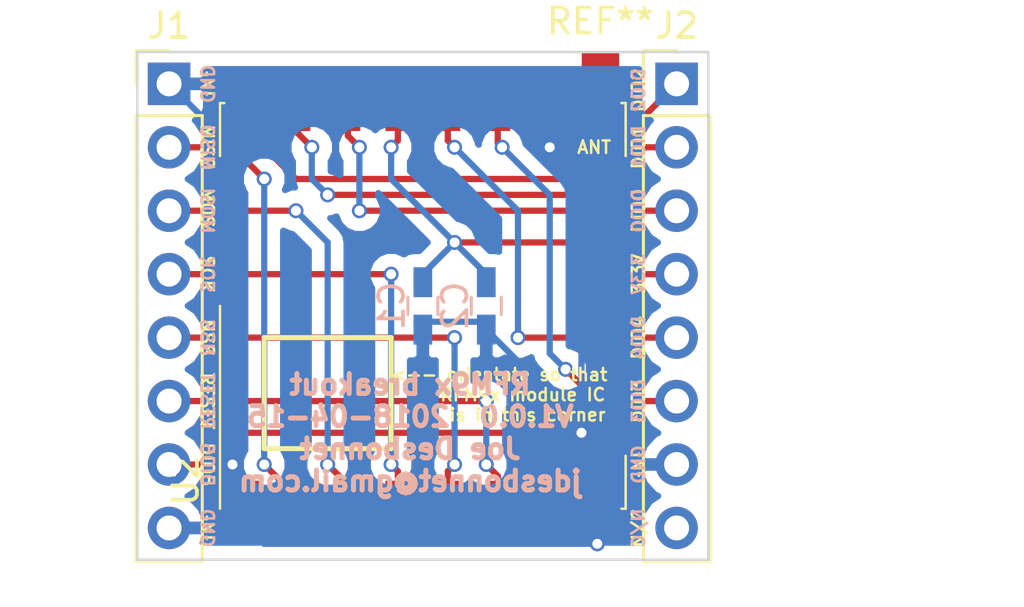
<source format=kicad_pcb>
(kicad_pcb (version 4) (host pcbnew 4.0.7-e2-6376~58~ubuntu15.04.1)

  (general
    (links 21)
    (no_connects 0)
    (area 138.379999 95.199999 161.340001 115.620001)
    (thickness 1.6)
    (drawings 44)
    (tracks 116)
    (zones 0)
    (modules 6)
    (nets 16)
  )

  (page A4)
  (layers
    (0 F.Cu signal)
    (31 B.Cu signal)
    (32 B.Adhes user)
    (33 F.Adhes user)
    (34 B.Paste user)
    (35 F.Paste user)
    (36 B.SilkS user)
    (37 F.SilkS user)
    (38 B.Mask user)
    (39 F.Mask user)
    (40 Dwgs.User user)
    (41 Cmts.User user)
    (42 Eco1.User user)
    (43 Eco2.User user)
    (44 Edge.Cuts user)
    (45 Margin user)
    (46 B.CrtYd user)
    (47 F.CrtYd user)
    (48 B.Fab user)
    (49 F.Fab user)
  )

  (setup
    (last_trace_width 0.25)
    (trace_clearance 0.2)
    (zone_clearance 0.508)
    (zone_45_only no)
    (trace_min 0.2)
    (segment_width 0.2)
    (edge_width 0.1)
    (via_size 0.6)
    (via_drill 0.4)
    (via_min_size 0.4)
    (via_min_drill 0.3)
    (uvia_size 0.3)
    (uvia_drill 0.1)
    (uvias_allowed no)
    (uvia_min_size 0.2)
    (uvia_min_drill 0.1)
    (pcb_text_width 0.3)
    (pcb_text_size 1.5 1.5)
    (mod_edge_width 0.15)
    (mod_text_size 1 1)
    (mod_text_width 0.15)
    (pad_size 1.5 1.5)
    (pad_drill 0.6)
    (pad_to_mask_clearance 0)
    (aux_axis_origin 0 0)
    (visible_elements FFFFFF7F)
    (pcbplotparams
      (layerselection 0x00030_80000001)
      (usegerberextensions false)
      (excludeedgelayer true)
      (linewidth 0.100000)
      (plotframeref false)
      (viasonmask false)
      (mode 1)
      (useauxorigin false)
      (hpglpennumber 1)
      (hpglpenspeed 20)
      (hpglpendiameter 15)
      (hpglpenoverlay 2)
      (psnegative false)
      (psa4output false)
      (plotreference true)
      (plotvalue true)
      (plotinvisibletext false)
      (padsonsilk false)
      (subtractmaskfromsilk false)
      (outputformat 1)
      (mirror false)
      (drillshape 1)
      (scaleselection 1)
      (outputdirectory ""))
  )

  (net 0 "")
  (net 1 3.3V)
  (net 2 GND)
  (net 3 "Net-(J1-Pad2)")
  (net 4 "Net-(J1-Pad3)")
  (net 5 "Net-(J1-Pad4)")
  (net 6 "Net-(J1-Pad5)")
  (net 7 "Net-(J1-Pad6)")
  (net 8 "Net-(J1-Pad7)")
  (net 9 "Net-(J2-Pad1)")
  (net 10 "Net-(J2-Pad2)")
  (net 11 "Net-(J2-Pad3)")
  (net 12 "Net-(J2-Pad5)")
  (net 13 "Net-(J2-Pad6)")
  (net 14 "Net-(J2-Pad8)")
  (net 15 ANT)

  (net_class Default "This is the default net class."
    (clearance 0.2)
    (trace_width 0.25)
    (via_dia 0.6)
    (via_drill 0.4)
    (uvia_dia 0.3)
    (uvia_drill 0.1)
    (add_net 3.3V)
    (add_net ANT)
    (add_net GND)
    (add_net "Net-(J1-Pad2)")
    (add_net "Net-(J1-Pad3)")
    (add_net "Net-(J1-Pad4)")
    (add_net "Net-(J1-Pad5)")
    (add_net "Net-(J1-Pad6)")
    (add_net "Net-(J1-Pad7)")
    (add_net "Net-(J2-Pad1)")
    (add_net "Net-(J2-Pad2)")
    (add_net "Net-(J2-Pad3)")
    (add_net "Net-(J2-Pad5)")
    (add_net "Net-(J2-Pad6)")
    (add_net "Net-(J2-Pad8)")
  )

  (module RF_Modules:Hopref_RFM9XW_SMD (layer F.Cu) (tedit 59D9324F) (tstamp 5AD36747)
    (at 149.86 105.41 90)
    (descr " Low Power Long Range Transceiver Module SMD-16 http://www.hoperf.com/upload/rf/RFM95_96_97_98W.pdf")
    (tags " Low Power Long Range Transceiver Module")
    (path /5ACA2686)
    (attr smd)
    (fp_text reference U2 (at -7 -9.5 90) (layer F.SilkS)
      (effects (font (size 1 1) (thickness 0.15)))
    )
    (fp_text value RFM92/95/96/97/98 (at 0 9.5 90) (layer F.Fab)
      (effects (font (size 1 1) (thickness 0.15)))
    )
    (fp_line (start -8 -8) (end 8 -8) (layer F.Fab) (width 0.12))
    (fp_line (start 8 8) (end 8 -8) (layer F.Fab) (width 0.12))
    (fp_line (start -8 8) (end 8 8) (layer F.Fab) (width 0.12))
    (fp_line (start -8 8) (end -8 -8) (layer F.Fab) (width 0.12))
    (fp_text user %R (at 0 0 90) (layer F.Fab)
      (effects (font (size 1 1) (thickness 0.15)))
    )
    (fp_line (start -8.12 -8.12) (end 0 -8.12) (layer F.SilkS) (width 0.1))
    (fp_line (start 6 8.12) (end 8.12 8.12) (layer F.SilkS) (width 0.1))
    (fp_line (start -9.45 -8.25) (end 9.45 -8.25) (layer F.CrtYd) (width 0.05))
    (fp_line (start 9.45 -8.25) (end 9.45 8.25) (layer F.CrtYd) (width 0.05))
    (fp_line (start -9.45 8.25) (end 9.45 8.25) (layer F.CrtYd) (width 0.05))
    (fp_line (start -9.45 8.25) (end -9.45 -8.25) (layer F.CrtYd) (width 0.05))
    (fp_line (start 8.12 8.12) (end 8.12 7.95) (layer F.SilkS) (width 0.1))
    (fp_line (start -8.12 8.12) (end -6 8.12) (layer F.SilkS) (width 0.1))
    (fp_line (start -8.12 8.12) (end -8.12 7.95) (layer F.SilkS) (width 0.1))
    (fp_line (start 6 -8.12) (end 8.12 -8.12) (layer F.SilkS) (width 0.1))
    (fp_line (start 8.12 -8.12) (end 8.12 -7.95) (layer F.SilkS) (width 0.1))
    (pad 1 smd rect (at -8 -7 90) (size 2 1) (layers F.Cu F.Paste F.Mask)
      (net 2 GND))
    (pad 2 smd rect (at -8 -5 90) (size 2 1) (layers F.Cu F.Paste F.Mask)
      (net 3 "Net-(J1-Pad2)"))
    (pad 3 smd rect (at -8 -3 90) (size 2 1) (layers F.Cu F.Paste F.Mask)
      (net 4 "Net-(J1-Pad3)"))
    (pad 4 smd rect (at -8 -1 90) (size 2 1) (layers F.Cu F.Paste F.Mask)
      (net 5 "Net-(J1-Pad4)"))
    (pad 5 smd rect (at -8 1 90) (size 2 1) (layers F.Cu F.Paste F.Mask)
      (net 6 "Net-(J1-Pad5)"))
    (pad 6 smd rect (at -8 3 90) (size 2 1) (layers F.Cu F.Paste F.Mask)
      (net 7 "Net-(J1-Pad6)"))
    (pad 7 smd rect (at -8 5 90) (size 2 1) (layers F.Cu F.Paste F.Mask)
      (net 8 "Net-(J1-Pad7)"))
    (pad 8 smd rect (at -8 7 90) (size 2 1) (layers F.Cu F.Paste F.Mask)
      (net 2 GND))
    (pad 9 smd rect (at 8 7 90) (size 2 1) (layers F.Cu F.Paste F.Mask)
      (net 15 ANT))
    (pad 10 smd rect (at 8 5 90) (size 2 1) (layers F.Cu F.Paste F.Mask)
      (net 2 GND))
    (pad 11 smd rect (at 8 3 90) (size 2 1) (layers F.Cu F.Paste F.Mask)
      (net 13 "Net-(J2-Pad6)"))
    (pad 12 smd rect (at 8 1 90) (size 2 1) (layers F.Cu F.Paste F.Mask)
      (net 12 "Net-(J2-Pad5)"))
    (pad 13 smd rect (at 8 -1 90) (size 2 1) (layers F.Cu F.Paste F.Mask)
      (net 1 3.3V))
    (pad 14 smd rect (at 8 -3 90) (size 2 1) (layers F.Cu F.Paste F.Mask)
      (net 11 "Net-(J2-Pad3)"))
    (pad 15 smd rect (at 8 -5 90) (size 2 1) (layers F.Cu F.Paste F.Mask)
      (net 10 "Net-(J2-Pad2)"))
    (pad 16 smd rect (at 8 -7 90) (size 2 1) (layers F.Cu F.Paste F.Mask)
      (net 9 "Net-(J2-Pad1)"))
    (model ${KISYS3DMOD}/RF_Modules.3dshapes/Hopref_RFM9XW_SMD.wrl
      (at (xyz 0 0 0))
      (scale (xyz 1 1 1))
      (rotate (xyz 0 0 0))
    )
  )

  (module Capacitors_SMD:C_0603_HandSoldering (layer B.Cu) (tedit 58AA848B) (tstamp 5AD36715)
    (at 149.86 105.41 270)
    (descr "Capacitor SMD 0603, hand soldering")
    (tags "capacitor 0603")
    (path /5ACA985B)
    (attr smd)
    (fp_text reference C1 (at 0 1.25 270) (layer B.SilkS)
      (effects (font (size 1 1) (thickness 0.15)) (justify mirror))
    )
    (fp_text value C (at 0 -1.5 270) (layer B.Fab)
      (effects (font (size 1 1) (thickness 0.15)) (justify mirror))
    )
    (fp_text user %R (at 0 1.25 270) (layer B.Fab)
      (effects (font (size 1 1) (thickness 0.15)) (justify mirror))
    )
    (fp_line (start -0.8 -0.4) (end -0.8 0.4) (layer B.Fab) (width 0.1))
    (fp_line (start 0.8 -0.4) (end -0.8 -0.4) (layer B.Fab) (width 0.1))
    (fp_line (start 0.8 0.4) (end 0.8 -0.4) (layer B.Fab) (width 0.1))
    (fp_line (start -0.8 0.4) (end 0.8 0.4) (layer B.Fab) (width 0.1))
    (fp_line (start -0.35 0.6) (end 0.35 0.6) (layer B.SilkS) (width 0.12))
    (fp_line (start 0.35 -0.6) (end -0.35 -0.6) (layer B.SilkS) (width 0.12))
    (fp_line (start -1.8 0.65) (end 1.8 0.65) (layer B.CrtYd) (width 0.05))
    (fp_line (start -1.8 0.65) (end -1.8 -0.65) (layer B.CrtYd) (width 0.05))
    (fp_line (start 1.8 -0.65) (end 1.8 0.65) (layer B.CrtYd) (width 0.05))
    (fp_line (start 1.8 -0.65) (end -1.8 -0.65) (layer B.CrtYd) (width 0.05))
    (pad 1 smd rect (at -0.95 0 270) (size 1.2 0.75) (layers B.Cu B.Paste B.Mask)
      (net 1 3.3V))
    (pad 2 smd rect (at 0.95 0 270) (size 1.2 0.75) (layers B.Cu B.Paste B.Mask)
      (net 2 GND))
    (model Capacitors_SMD.3dshapes/C_0603.wrl
      (at (xyz 0 0 0))
      (scale (xyz 1 1 1))
      (rotate (xyz 0 0 0))
    )
  )

  (module Capacitors_SMD:C_0603_HandSoldering (layer B.Cu) (tedit 58AA848B) (tstamp 5AD3671B)
    (at 152.4 105.41 270)
    (descr "Capacitor SMD 0603, hand soldering")
    (tags "capacitor 0603")
    (path /5ACA98D4)
    (attr smd)
    (fp_text reference C2 (at 0 1.25 270) (layer B.SilkS)
      (effects (font (size 1 1) (thickness 0.15)) (justify mirror))
    )
    (fp_text value C (at 0 -1.5 270) (layer B.Fab)
      (effects (font (size 1 1) (thickness 0.15)) (justify mirror))
    )
    (fp_text user %R (at 0 1.25 270) (layer B.Fab)
      (effects (font (size 1 1) (thickness 0.15)) (justify mirror))
    )
    (fp_line (start -0.8 -0.4) (end -0.8 0.4) (layer B.Fab) (width 0.1))
    (fp_line (start 0.8 -0.4) (end -0.8 -0.4) (layer B.Fab) (width 0.1))
    (fp_line (start 0.8 0.4) (end 0.8 -0.4) (layer B.Fab) (width 0.1))
    (fp_line (start -0.8 0.4) (end 0.8 0.4) (layer B.Fab) (width 0.1))
    (fp_line (start -0.35 0.6) (end 0.35 0.6) (layer B.SilkS) (width 0.12))
    (fp_line (start 0.35 -0.6) (end -0.35 -0.6) (layer B.SilkS) (width 0.12))
    (fp_line (start -1.8 0.65) (end 1.8 0.65) (layer B.CrtYd) (width 0.05))
    (fp_line (start -1.8 0.65) (end -1.8 -0.65) (layer B.CrtYd) (width 0.05))
    (fp_line (start 1.8 -0.65) (end 1.8 0.65) (layer B.CrtYd) (width 0.05))
    (fp_line (start 1.8 -0.65) (end -1.8 -0.65) (layer B.CrtYd) (width 0.05))
    (pad 1 smd rect (at -0.95 0 270) (size 1.2 0.75) (layers B.Cu B.Paste B.Mask)
      (net 1 3.3V))
    (pad 2 smd rect (at 0.95 0 270) (size 1.2 0.75) (layers B.Cu B.Paste B.Mask)
      (net 2 GND))
    (model Capacitors_SMD.3dshapes/C_0603.wrl
      (at (xyz 0 0 0))
      (scale (xyz 1 1 1))
      (rotate (xyz 0 0 0))
    )
  )

  (module Pin_Headers:Pin_Header_Straight_1x08_Pitch2.54mm (layer F.Cu) (tedit 59650532) (tstamp 5AD36727)
    (at 139.7 96.52)
    (descr "Through hole straight pin header, 1x08, 2.54mm pitch, single row")
    (tags "Through hole pin header THT 1x08 2.54mm single row")
    (path /5AD3686B)
    (fp_text reference J1 (at 0 -2.33) (layer F.SilkS)
      (effects (font (size 1 1) (thickness 0.15)))
    )
    (fp_text value Conn_01x08_Male (at 0 20.11) (layer F.Fab)
      (effects (font (size 1 1) (thickness 0.15)))
    )
    (fp_line (start -0.635 -1.27) (end 1.27 -1.27) (layer F.Fab) (width 0.1))
    (fp_line (start 1.27 -1.27) (end 1.27 19.05) (layer F.Fab) (width 0.1))
    (fp_line (start 1.27 19.05) (end -1.27 19.05) (layer F.Fab) (width 0.1))
    (fp_line (start -1.27 19.05) (end -1.27 -0.635) (layer F.Fab) (width 0.1))
    (fp_line (start -1.27 -0.635) (end -0.635 -1.27) (layer F.Fab) (width 0.1))
    (fp_line (start -1.33 19.11) (end 1.33 19.11) (layer F.SilkS) (width 0.12))
    (fp_line (start -1.33 1.27) (end -1.33 19.11) (layer F.SilkS) (width 0.12))
    (fp_line (start 1.33 1.27) (end 1.33 19.11) (layer F.SilkS) (width 0.12))
    (fp_line (start -1.33 1.27) (end 1.33 1.27) (layer F.SilkS) (width 0.12))
    (fp_line (start -1.33 0) (end -1.33 -1.33) (layer F.SilkS) (width 0.12))
    (fp_line (start -1.33 -1.33) (end 0 -1.33) (layer F.SilkS) (width 0.12))
    (fp_line (start -1.8 -1.8) (end -1.8 19.55) (layer F.CrtYd) (width 0.05))
    (fp_line (start -1.8 19.55) (end 1.8 19.55) (layer F.CrtYd) (width 0.05))
    (fp_line (start 1.8 19.55) (end 1.8 -1.8) (layer F.CrtYd) (width 0.05))
    (fp_line (start 1.8 -1.8) (end -1.8 -1.8) (layer F.CrtYd) (width 0.05))
    (fp_text user %R (at 0 8.89 90) (layer F.Fab)
      (effects (font (size 1 1) (thickness 0.15)))
    )
    (pad 1 thru_hole rect (at 0 0) (size 1.7 1.7) (drill 1) (layers *.Cu *.Mask)
      (net 2 GND))
    (pad 2 thru_hole oval (at 0 2.54) (size 1.7 1.7) (drill 1) (layers *.Cu *.Mask)
      (net 3 "Net-(J1-Pad2)"))
    (pad 3 thru_hole oval (at 0 5.08) (size 1.7 1.7) (drill 1) (layers *.Cu *.Mask)
      (net 4 "Net-(J1-Pad3)"))
    (pad 4 thru_hole oval (at 0 7.62) (size 1.7 1.7) (drill 1) (layers *.Cu *.Mask)
      (net 5 "Net-(J1-Pad4)"))
    (pad 5 thru_hole oval (at 0 10.16) (size 1.7 1.7) (drill 1) (layers *.Cu *.Mask)
      (net 6 "Net-(J1-Pad5)"))
    (pad 6 thru_hole oval (at 0 12.7) (size 1.7 1.7) (drill 1) (layers *.Cu *.Mask)
      (net 7 "Net-(J1-Pad6)"))
    (pad 7 thru_hole oval (at 0 15.24) (size 1.7 1.7) (drill 1) (layers *.Cu *.Mask)
      (net 8 "Net-(J1-Pad7)"))
    (pad 8 thru_hole oval (at 0 17.78) (size 1.7 1.7) (drill 1) (layers *.Cu *.Mask)
      (net 2 GND))
    (model ${KISYS3DMOD}/Pin_Headers.3dshapes/Pin_Header_Straight_1x08_Pitch2.54mm.wrl
      (at (xyz 0 0 0))
      (scale (xyz 1 1 1))
      (rotate (xyz 0 0 0))
    )
  )

  (module Pin_Headers:Pin_Header_Straight_1x08_Pitch2.54mm (layer F.Cu) (tedit 59650532) (tstamp 5AD36733)
    (at 160.02 96.52)
    (descr "Through hole straight pin header, 1x08, 2.54mm pitch, single row")
    (tags "Through hole pin header THT 1x08 2.54mm single row")
    (path /5AD368F0)
    (fp_text reference J2 (at 0 -2.33) (layer F.SilkS)
      (effects (font (size 1 1) (thickness 0.15)))
    )
    (fp_text value Conn_01x08_Male (at 0 20.11) (layer F.Fab)
      (effects (font (size 1 1) (thickness 0.15)))
    )
    (fp_line (start -0.635 -1.27) (end 1.27 -1.27) (layer F.Fab) (width 0.1))
    (fp_line (start 1.27 -1.27) (end 1.27 19.05) (layer F.Fab) (width 0.1))
    (fp_line (start 1.27 19.05) (end -1.27 19.05) (layer F.Fab) (width 0.1))
    (fp_line (start -1.27 19.05) (end -1.27 -0.635) (layer F.Fab) (width 0.1))
    (fp_line (start -1.27 -0.635) (end -0.635 -1.27) (layer F.Fab) (width 0.1))
    (fp_line (start -1.33 19.11) (end 1.33 19.11) (layer F.SilkS) (width 0.12))
    (fp_line (start -1.33 1.27) (end -1.33 19.11) (layer F.SilkS) (width 0.12))
    (fp_line (start 1.33 1.27) (end 1.33 19.11) (layer F.SilkS) (width 0.12))
    (fp_line (start -1.33 1.27) (end 1.33 1.27) (layer F.SilkS) (width 0.12))
    (fp_line (start -1.33 0) (end -1.33 -1.33) (layer F.SilkS) (width 0.12))
    (fp_line (start -1.33 -1.33) (end 0 -1.33) (layer F.SilkS) (width 0.12))
    (fp_line (start -1.8 -1.8) (end -1.8 19.55) (layer F.CrtYd) (width 0.05))
    (fp_line (start -1.8 19.55) (end 1.8 19.55) (layer F.CrtYd) (width 0.05))
    (fp_line (start 1.8 19.55) (end 1.8 -1.8) (layer F.CrtYd) (width 0.05))
    (fp_line (start 1.8 -1.8) (end -1.8 -1.8) (layer F.CrtYd) (width 0.05))
    (fp_text user %R (at 0 8.89 90) (layer F.Fab)
      (effects (font (size 1 1) (thickness 0.15)))
    )
    (pad 1 thru_hole rect (at 0 0) (size 1.7 1.7) (drill 1) (layers *.Cu *.Mask)
      (net 9 "Net-(J2-Pad1)"))
    (pad 2 thru_hole oval (at 0 2.54) (size 1.7 1.7) (drill 1) (layers *.Cu *.Mask)
      (net 10 "Net-(J2-Pad2)"))
    (pad 3 thru_hole oval (at 0 5.08) (size 1.7 1.7) (drill 1) (layers *.Cu *.Mask)
      (net 11 "Net-(J2-Pad3)"))
    (pad 4 thru_hole oval (at 0 7.62) (size 1.7 1.7) (drill 1) (layers *.Cu *.Mask)
      (net 1 3.3V))
    (pad 5 thru_hole oval (at 0 10.16) (size 1.7 1.7) (drill 1) (layers *.Cu *.Mask)
      (net 12 "Net-(J2-Pad5)"))
    (pad 6 thru_hole oval (at 0 12.7) (size 1.7 1.7) (drill 1) (layers *.Cu *.Mask)
      (net 13 "Net-(J2-Pad6)"))
    (pad 7 thru_hole oval (at 0 15.24) (size 1.7 1.7) (drill 1) (layers *.Cu *.Mask)
      (net 2 GND))
    (pad 8 thru_hole oval (at 0 17.78) (size 1.7 1.7) (drill 1) (layers *.Cu *.Mask)
      (net 14 "Net-(J2-Pad8)"))
    (model ${KISYS3DMOD}/Pin_Headers.3dshapes/Pin_Header_Straight_1x08_Pitch2.54mm.wrl
      (at (xyz 0 0 0))
      (scale (xyz 1 1 1))
      (rotate (xyz 0 0 0))
    )
  )

  (module Measurement_Points:Measurement_Point_Square-SMD-Pad_Small (layer F.Cu) (tedit 56C36007) (tstamp 5AD37AB1)
    (at 156.972 96.012)
    (descr "Mesurement Point, Square, SMD Pad,  1.5mm x 1.5mm,")
    (tags "Mesurement Point Square SMD Pad 1.5x1.5mm")
    (attr virtual)
    (fp_text reference REF** (at 0 -2) (layer F.SilkS)
      (effects (font (size 1 1) (thickness 0.15)))
    )
    (fp_text value Measurement_Point_Square-SMD-Pad_Small (at 0 2) (layer F.Fab)
      (effects (font (size 1 1) (thickness 0.15)))
    )
    (fp_line (start -1 -1) (end 1 -1) (layer F.CrtYd) (width 0.05))
    (fp_line (start 1 -1) (end 1 1) (layer F.CrtYd) (width 0.05))
    (fp_line (start 1 1) (end -1 1) (layer F.CrtYd) (width 0.05))
    (fp_line (start -1 1) (end -1 -1) (layer F.CrtYd) (width 0.05))
    (pad 1 smd rect (at 0 0) (size 1.5 1.5) (layers F.Cu F.Mask))
  )

  (gr_text "<-- orientate so that\n      RFM9x module IC \n      is in this corner" (at 152.908 108.966) (layer F.SilkS)
    (effects (font (size 0.5 0.5) (thickness 0.1)))
  )
  (gr_text DIO5 (at 141.224 111.76 270) (layer F.SilkS)
    (effects (font (size 0.5 0.5) (thickness 0.1)))
  )
  (gr_text N/C (at 158.496 114.3 90) (layer B.SilkS)
    (effects (font (size 0.5 0.5) (thickness 0.1)) (justify mirror))
  )
  (gr_text DIO2 (at 158.496 96.774 90) (layer B.SilkS)
    (effects (font (size 0.5 0.5) (thickness 0.1)) (justify mirror))
  )
  (gr_text DIO1 (at 158.496 99.06 90) (layer B.SilkS)
    (effects (font (size 0.5 0.5) (thickness 0.1)) (justify mirror))
  )
  (gr_text DIO0 (at 158.496 101.6 90) (layer B.SilkS)
    (effects (font (size 0.5 0.5) (thickness 0.1)) (justify mirror))
  )
  (gr_text DIO4 (at 158.496 106.68 90) (layer B.SilkS)
    (effects (font (size 0.5 0.5) (thickness 0.1)) (justify mirror))
  )
  (gr_text DIO3 (at 158.496 109.22 90) (layer B.SilkS)
    (effects (font (size 0.5 0.5) (thickness 0.1)) (justify mirror))
  )
  (gr_text GND (at 158.496 111.76 90) (layer B.SilkS)
    (effects (font (size 0.5 0.5) (thickness 0.1)) (justify mirror))
  )
  (gr_text N/C (at 158.496 114.3 90) (layer F.SilkS)
    (effects (font (size 0.5 0.5) (thickness 0.1)))
  )
  (gr_text RESET (at 141.224 109.22 270) (layer B.SilkS)
    (effects (font (size 0.5 0.5) (thickness 0.1)) (justify mirror))
  )
  (gr_text NSS (at 141.224 106.68 270) (layer B.SilkS)
    (effects (font (size 0.5 0.5) (thickness 0.1)) (justify mirror))
  )
  (gr_text "SCK\n" (at 141.224 104.14 270) (layer B.SilkS)
    (effects (font (size 0.5 0.5) (thickness 0.1)) (justify mirror))
  )
  (gr_text MOSI (at 141.224 101.6 270) (layer B.SilkS)
    (effects (font (size 0.5 0.5) (thickness 0.1)) (justify mirror))
  )
  (gr_text MISO (at 141.224 99.06 270) (layer B.SilkS)
    (effects (font (size 0.5 0.5) (thickness 0.1)) (justify mirror))
  )
  (gr_text GND (at 141.224 96.52 270) (layer B.SilkS)
    (effects (font (size 0.5 0.5) (thickness 0.1)) (justify mirror))
  )
  (gr_text GND (at 141.224 114.3 270) (layer B.SilkS)
    (effects (font (size 0.5 0.5) (thickness 0.1)) (justify mirror))
  )
  (gr_text ANT (at 156.718 99.06) (layer F.SilkS)
    (effects (font (size 0.5 0.5) (thickness 0.1)))
  )
  (gr_text 3.3V (at 158.496 104.14 90) (layer B.SilkS)
    (effects (font (size 0.5 0.5) (thickness 0.1)) (justify mirror))
  )
  (gr_text "RFM9x breakout\nV1.0.0  2018-04-15\nJoe Desbonnet\njdesbonnet@gmail.com" (at 149.352 110.49) (layer B.SilkS)
    (effects (font (size 0.8 0.8) (thickness 0.2)) (justify mirror))
  )
  (gr_text DIO2 (at 158.496 96.774 90) (layer F.SilkS)
    (effects (font (size 0.5 0.5) (thickness 0.1)))
  )
  (gr_text DIO1 (at 158.496 99.06 90) (layer F.SilkS)
    (effects (font (size 0.5 0.5) (thickness 0.1)))
  )
  (gr_text DIO0 (at 158.496 101.6 90) (layer F.SilkS)
    (effects (font (size 0.5 0.5) (thickness 0.1)))
  )
  (gr_text 3.3V (at 158.496 104.14 90) (layer F.SilkS)
    (effects (font (size 0.5 0.5) (thickness 0.1)))
  )
  (gr_text DIO4 (at 158.496 106.68 90) (layer F.SilkS)
    (effects (font (size 0.5 0.5) (thickness 0.1)))
  )
  (gr_text DIO3 (at 158.496 109.22 90) (layer F.SilkS)
    (effects (font (size 0.5 0.5) (thickness 0.1)))
  )
  (gr_text GND (at 158.496 111.76 90) (layer F.SilkS)
    (effects (font (size 0.5 0.5) (thickness 0.1)))
  )
  (gr_text GND (at 141.224 114.3 270) (layer F.SilkS)
    (effects (font (size 0.5 0.5) (thickness 0.1)))
  )
  (gr_text DIO5 (at 141.224 111.76 270) (layer B.SilkS)
    (effects (font (size 0.5 0.5) (thickness 0.1)) (justify mirror))
  )
  (gr_text RESET (at 141.224 109.22 270) (layer F.SilkS)
    (effects (font (size 0.5 0.5) (thickness 0.1)))
  )
  (gr_text NSS (at 141.224 106.68 270) (layer F.SilkS)
    (effects (font (size 0.5 0.5) (thickness 0.1)))
  )
  (gr_text "SCK\n" (at 141.224 104.14 270) (layer F.SilkS)
    (effects (font (size 0.5 0.5) (thickness 0.1)))
  )
  (gr_text MOSI (at 141.224 101.6 270) (layer F.SilkS)
    (effects (font (size 0.5 0.5) (thickness 0.1)))
  )
  (gr_text MISO (at 141.224 99.06 270) (layer F.SilkS)
    (effects (font (size 0.5 0.5) (thickness 0.1)))
  )
  (gr_text GND (at 141.224 96.52 270) (layer F.SilkS)
    (effects (font (size 0.5 0.5) (thickness 0.1)))
  )
  (gr_line (start 138.43 95.25) (end 161.29 95.25) (angle 90) (layer Edge.Cuts) (width 0.1))
  (gr_line (start 143.51 106.68) (end 143.51 111.125) (angle 90) (layer F.SilkS) (width 0.2))
  (gr_line (start 148.59 106.68) (end 143.51 106.68) (angle 90) (layer F.SilkS) (width 0.2))
  (gr_line (start 148.59 107.315) (end 148.59 106.68) (angle 90) (layer F.SilkS) (width 0.2))
  (gr_line (start 148.59 111.125) (end 148.59 107.315) (angle 90) (layer F.SilkS) (width 0.2))
  (gr_line (start 143.51 111.125) (end 148.59 111.125) (angle 90) (layer F.SilkS) (width 0.2))
  (gr_line (start 138.43 115.57) (end 161.29 115.57) (angle 90) (layer Edge.Cuts) (width 0.1))
  (gr_line (start 138.43 115.57) (end 138.43 95.25) (angle 90) (layer Edge.Cuts) (width 0.1))
  (gr_line (start 161.29 95.25) (end 161.29 115.57) (angle 90) (layer Edge.Cuts) (width 0.1))

  (segment (start 152.4 104.46) (end 152.4 104.14) (width 0.25) (layer B.Cu) (net 1))
  (segment (start 152.4 104.14) (end 151.13 102.87) (width 0.25) (layer B.Cu) (net 1) (tstamp 5AD36E26))
  (segment (start 149.86 104.46) (end 149.86 104.14) (width 0.25) (layer B.Cu) (net 1))
  (segment (start 149.86 104.14) (end 151.13 102.87) (width 0.25) (layer B.Cu) (net 1) (tstamp 5AD36E23))
  (segment (start 160.02 104.14) (end 157.48 104.14) (width 0.25) (layer F.Cu) (net 1))
  (segment (start 148.86 98.79) (end 148.86 97.41) (width 0.25) (layer F.Cu) (net 1) (tstamp 5AD36D90))
  (segment (start 148.59 99.06) (end 148.86 98.79) (width 0.25) (layer F.Cu) (net 1) (tstamp 5AD36D8F))
  (via (at 148.59 99.06) (size 0.6) (drill 0.4) (layers F.Cu B.Cu) (net 1))
  (segment (start 148.59 100.33) (end 148.59 99.06) (width 0.25) (layer B.Cu) (net 1) (tstamp 5AD36D85))
  (segment (start 151.13 102.87) (end 148.59 100.33) (width 0.25) (layer B.Cu) (net 1) (tstamp 5AD36D84))
  (via (at 151.13 102.87) (size 0.6) (drill 0.4) (layers F.Cu B.Cu) (net 1))
  (segment (start 156.21 102.87) (end 151.13 102.87) (width 0.25) (layer F.Cu) (net 1) (tstamp 5AD36D6F))
  (segment (start 157.48 104.14) (end 156.21 102.87) (width 0.25) (layer F.Cu) (net 1) (tstamp 5AD36D6B))
  (segment (start 149.86 106.36) (end 149.86 106.045) (width 0.25) (layer B.Cu) (net 2))
  (segment (start 149.86 106.045) (end 152.4 106.045) (width 0.25) (layer B.Cu) (net 2) (tstamp 5AD36F8B))
  (segment (start 152.4 106.045) (end 152.4 106.36) (width 0.25) (layer B.Cu) (net 2) (tstamp 5AD36F8C))
  (segment (start 156.21 110.49) (end 156.21 110.17) (width 0.25) (layer B.Cu) (net 2))
  (segment (start 156.21 110.17) (end 152.4 106.36) (width 0.25) (layer B.Cu) (net 2) (tstamp 5AD36F7D))
  (segment (start 160.02 111.76) (end 158.51 111.76) (width 0.25) (layer F.Cu) (net 2))
  (segment (start 158.51 111.76) (end 156.86 113.41) (width 0.25) (layer F.Cu) (net 2) (tstamp 5AD36EED))
  (segment (start 142.24 111.76) (end 142.24 113.665) (width 0.25) (layer B.Cu) (net 2))
  (segment (start 142.24 113.665) (end 143.51 114.935) (width 0.25) (layer B.Cu) (net 2) (tstamp 5AD36ECD))
  (segment (start 143.51 114.935) (end 156.845 114.935) (width 0.25) (layer B.Cu) (net 2) (tstamp 5AD36ED4))
  (via (at 156.845 114.935) (size 0.6) (drill 0.4) (layers F.Cu B.Cu) (net 2))
  (segment (start 156.845 114.935) (end 156.86 114.92) (width 0.25) (layer F.Cu) (net 2) (tstamp 5AD36EE4))
  (segment (start 156.86 114.92) (end 156.86 113.41) (width 0.25) (layer F.Cu) (net 2) (tstamp 5AD36EE5))
  (segment (start 139.7 114.3) (end 141.97 114.3) (width 0.25) (layer F.Cu) (net 2))
  (segment (start 141.97 114.3) (end 142.86 113.41) (width 0.25) (layer F.Cu) (net 2) (tstamp 5AD36EAD))
  (segment (start 160.02 111.76) (end 158.75 111.76) (width 0.25) (layer F.Cu) (net 2))
  (segment (start 154.86 98.98) (end 154.86 97.41) (width 0.25) (layer F.Cu) (net 2) (tstamp 5AD36CEF))
  (segment (start 154.94 99.06) (end 154.86 98.98) (width 0.25) (layer F.Cu) (net 2) (tstamp 5AD36CEE))
  (via (at 154.94 99.06) (size 0.6) (drill 0.4) (layers F.Cu B.Cu) (net 2))
  (segment (start 156.21 100.33) (end 154.94 99.06) (width 0.25) (layer B.Cu) (net 2) (tstamp 5AD36CC9))
  (segment (start 156.21 110.49) (end 156.21 100.33) (width 0.25) (layer B.Cu) (net 2) (tstamp 5AD36CC8))
  (via (at 156.21 110.49) (size 0.6) (drill 0.4) (layers F.Cu B.Cu) (net 2))
  (segment (start 157.48 110.49) (end 156.21 110.49) (width 0.25) (layer F.Cu) (net 2) (tstamp 5AD36CC3))
  (segment (start 158.75 111.76) (end 157.48 110.49) (width 0.25) (layer F.Cu) (net 2) (tstamp 5AD36CB6))
  (segment (start 139.7 96.52) (end 142.24 99.06) (width 0.25) (layer B.Cu) (net 2))
  (segment (start 142.86 112.38) (end 142.86 113.41) (width 0.25) (layer F.Cu) (net 2) (tstamp 5AD36AFE))
  (segment (start 142.24 111.76) (end 142.86 112.38) (width 0.25) (layer F.Cu) (net 2) (tstamp 5AD36AFD))
  (via (at 142.24 111.76) (size 0.6) (drill 0.4) (layers F.Cu B.Cu) (net 2))
  (segment (start 142.24 99.06) (end 142.24 111.76) (width 0.25) (layer B.Cu) (net 2) (tstamp 5AD36AEB))
  (segment (start 139.7 99.06) (end 142.24 99.06) (width 0.25) (layer F.Cu) (net 3))
  (segment (start 143.51 111.76) (end 144.86 113.11) (width 0.25) (layer F.Cu) (net 3) (tstamp 5AD36C52))
  (via (at 143.51 111.76) (size 0.6) (drill 0.4) (layers F.Cu B.Cu) (net 3))
  (segment (start 143.51 100.33) (end 143.51 111.76) (width 0.25) (layer B.Cu) (net 3) (tstamp 5AD36C4E))
  (via (at 143.51 100.33) (size 0.6) (drill 0.4) (layers F.Cu B.Cu) (net 3))
  (segment (start 142.24 99.06) (end 143.51 100.33) (width 0.25) (layer F.Cu) (net 3) (tstamp 5AD36C3E))
  (segment (start 144.86 113.11) (end 144.86 113.41) (width 0.25) (layer F.Cu) (net 3) (tstamp 5AD36C53))
  (segment (start 139.7 101.6) (end 144.78 101.6) (width 0.25) (layer F.Cu) (net 4))
  (segment (start 146.05 111.76) (end 146.86 112.57) (width 0.25) (layer F.Cu) (net 4) (tstamp 5AD36C67))
  (via (at 146.05 111.76) (size 0.6) (drill 0.4) (layers F.Cu B.Cu) (net 4))
  (segment (start 146.05 102.87) (end 146.05 111.76) (width 0.25) (layer B.Cu) (net 4) (tstamp 5AD36C64))
  (segment (start 144.78 101.6) (end 146.05 102.87) (width 0.25) (layer B.Cu) (net 4) (tstamp 5AD36C63))
  (via (at 144.78 101.6) (size 0.6) (drill 0.4) (layers F.Cu B.Cu) (net 4))
  (segment (start 146.86 112.57) (end 146.86 113.41) (width 0.25) (layer F.Cu) (net 4) (tstamp 5AD36C68))
  (segment (start 146.86 112.57) (end 146.86 113.41) (width 0.25) (layer F.Cu) (net 4) (tstamp 5AD36B8B))
  (segment (start 139.7 104.14) (end 148.59 104.14) (width 0.25) (layer F.Cu) (net 5))
  (segment (start 148.86 112.03) (end 148.86 113.41) (width 0.25) (layer F.Cu) (net 5) (tstamp 5AD36BC7))
  (segment (start 148.59 111.76) (end 148.86 112.03) (width 0.25) (layer F.Cu) (net 5) (tstamp 5AD36BC6))
  (via (at 148.59 111.76) (size 0.6) (drill 0.4) (layers F.Cu B.Cu) (net 5))
  (segment (start 148.59 104.14) (end 148.59 111.76) (width 0.25) (layer B.Cu) (net 5) (tstamp 5AD36BC3))
  (via (at 148.59 104.14) (size 0.6) (drill 0.4) (layers F.Cu B.Cu) (net 5))
  (segment (start 139.7 106.68) (end 151.13 106.68) (width 0.25) (layer F.Cu) (net 6))
  (segment (start 150.86 112.03) (end 150.86 113.41) (width 0.25) (layer F.Cu) (net 6) (tstamp 5AD36BD6))
  (segment (start 151.13 111.76) (end 150.86 112.03) (width 0.25) (layer F.Cu) (net 6) (tstamp 5AD36BD5))
  (via (at 151.13 111.76) (size 0.6) (drill 0.4) (layers F.Cu B.Cu) (net 6))
  (segment (start 151.13 106.68) (end 151.13 111.76) (width 0.25) (layer B.Cu) (net 6) (tstamp 5AD36BD2))
  (via (at 151.13 106.68) (size 0.6) (drill 0.4) (layers F.Cu B.Cu) (net 6))
  (segment (start 139.7 109.22) (end 152.4 109.22) (width 0.25) (layer F.Cu) (net 7))
  (segment (start 152.86 112.22) (end 152.86 113.41) (width 0.25) (layer F.Cu) (net 7) (tstamp 5AD36BE0))
  (segment (start 152.4 111.76) (end 152.86 112.22) (width 0.25) (layer F.Cu) (net 7) (tstamp 5AD36BDF))
  (via (at 152.4 111.76) (size 0.6) (drill 0.4) (layers F.Cu B.Cu) (net 7))
  (segment (start 152.4 109.22) (end 152.4 111.76) (width 0.25) (layer B.Cu) (net 7) (tstamp 5AD36BDC))
  (via (at 152.4 109.22) (size 0.6) (drill 0.4) (layers F.Cu B.Cu) (net 7))
  (segment (start 142.24 110.49) (end 154.686 110.49) (width 0.25) (layer F.Cu) (net 8))
  (segment (start 140.97 111.76) (end 142.24 110.49) (width 0.25) (layer F.Cu) (net 8) (tstamp 5AD36BE3))
  (segment (start 139.7 111.76) (end 140.97 111.76) (width 0.25) (layer F.Cu) (net 8))
  (segment (start 154.86 110.664) (end 154.86 113.41) (width 0.25) (layer F.Cu) (net 8) (tstamp 5AD37A44))
  (segment (start 154.686 110.49) (end 154.86 110.664) (width 0.25) (layer F.Cu) (net 8) (tstamp 5AD37A42))
  (segment (start 160.02 96.52) (end 156.21 100.33) (width 0.25) (layer F.Cu) (net 9))
  (segment (start 144.78 100.33) (end 142.86 98.41) (width 0.25) (layer F.Cu) (net 9) (tstamp 5AD36DFF))
  (segment (start 156.21 100.33) (end 144.78 100.33) (width 0.25) (layer F.Cu) (net 9) (tstamp 5AD36DFD))
  (segment (start 142.86 98.41) (end 142.86 97.41) (width 0.25) (layer F.Cu) (net 9) (tstamp 5AD36E13))
  (segment (start 160.02 99.06) (end 158.75 99.06) (width 0.25) (layer F.Cu) (net 10))
  (segment (start 144.86 98.505) (end 144.86 97.41) (width 0.25) (layer F.Cu) (net 10) (tstamp 5AD36DFA))
  (segment (start 145.415 99.06) (end 144.86 98.505) (width 0.25) (layer F.Cu) (net 10) (tstamp 5AD36DF9))
  (via (at 145.415 99.06) (size 0.6) (drill 0.4) (layers F.Cu B.Cu) (net 10))
  (segment (start 145.415 100.33) (end 145.415 99.06) (width 0.25) (layer B.Cu) (net 10) (tstamp 5AD36DF7))
  (segment (start 146.05 100.965) (end 145.415 100.33) (width 0.25) (layer B.Cu) (net 10) (tstamp 5AD36DF6))
  (via (at 146.05 100.965) (size 0.6) (drill 0.4) (layers F.Cu B.Cu) (net 10))
  (segment (start 156.845 100.965) (end 146.05 100.965) (width 0.25) (layer F.Cu) (net 10) (tstamp 5AD36DE5))
  (segment (start 158.75 99.06) (end 156.845 100.965) (width 0.25) (layer F.Cu) (net 10) (tstamp 5AD36DDF))
  (segment (start 160.02 101.6) (end 147.32 101.6) (width 0.25) (layer F.Cu) (net 11))
  (segment (start 146.86 98.6) (end 146.86 97.41) (width 0.25) (layer F.Cu) (net 11) (tstamp 5AD36DAB))
  (segment (start 147.32 99.06) (end 146.86 98.6) (width 0.25) (layer F.Cu) (net 11) (tstamp 5AD36DAA))
  (via (at 147.32 99.06) (size 0.6) (drill 0.4) (layers F.Cu B.Cu) (net 11))
  (segment (start 147.32 101.6) (end 147.32 99.06) (width 0.25) (layer B.Cu) (net 11) (tstamp 5AD36DA1))
  (via (at 147.32 101.6) (size 0.6) (drill 0.4) (layers F.Cu B.Cu) (net 11))
  (segment (start 160.02 106.68) (end 153.67 106.68) (width 0.25) (layer F.Cu) (net 12))
  (segment (start 150.86 98.79) (end 150.86 97.41) (width 0.25) (layer F.Cu) (net 12) (tstamp 5AD36D65))
  (segment (start 151.13 99.06) (end 150.86 98.79) (width 0.25) (layer F.Cu) (net 12) (tstamp 5AD36D64))
  (via (at 151.13 99.06) (size 0.6) (drill 0.4) (layers F.Cu B.Cu) (net 12))
  (segment (start 153.67 101.6) (end 151.13 99.06) (width 0.25) (layer B.Cu) (net 12) (tstamp 5AD36D4C))
  (segment (start 153.67 106.68) (end 153.67 101.6) (width 0.25) (layer B.Cu) (net 12) (tstamp 5AD36D4B))
  (via (at 153.67 106.68) (size 0.6) (drill 0.4) (layers F.Cu B.Cu) (net 12))
  (segment (start 160.02 109.22) (end 156.845 109.22) (width 0.25) (layer F.Cu) (net 13))
  (segment (start 152.86 98.885) (end 152.86 97.41) (width 0.25) (layer F.Cu) (net 13) (tstamp 5AD36F70))
  (segment (start 153.035 99.06) (end 152.86 98.885) (width 0.25) (layer F.Cu) (net 13) (tstamp 5AD36F6F))
  (via (at 153.035 99.06) (size 0.6) (drill 0.4) (layers F.Cu B.Cu) (net 13))
  (segment (start 154.94 100.965) (end 153.035 99.06) (width 0.25) (layer B.Cu) (net 13) (tstamp 5AD36F6A))
  (segment (start 154.94 107.315) (end 154.94 100.965) (width 0.25) (layer B.Cu) (net 13) (tstamp 5AD36F64))
  (segment (start 155.575 107.95) (end 154.94 107.315) (width 0.25) (layer B.Cu) (net 13) (tstamp 5AD36F63))
  (via (at 155.575 107.95) (size 0.6) (drill 0.4) (layers F.Cu B.Cu) (net 13))
  (segment (start 156.845 109.22) (end 155.575 107.95) (width 0.25) (layer F.Cu) (net 13) (tstamp 5AD36F57))
  (segment (start 152.86 98.25) (end 152.86 97.41) (width 0.25) (layer F.Cu) (net 13) (tstamp 5AD36D31))

  (zone (net 15) (net_name ANT) (layer F.Cu) (tstamp 5AD371CD) (hatch edge 0.508)
    (connect_pads (clearance 0.508))
    (min_thickness 0.254)
    (fill yes (arc_segments 16) (thermal_gap 0.508) (thermal_bridge_width 0.508))
    (polygon
      (pts
        (xy 157.48 98.298) (xy 156.21 98.298) (xy 156.21 95.25) (xy 157.48 95.25)
      )
    )
    (filled_polygon
      (pts
        (xy 156.987 97.283) (xy 157.007 97.283) (xy 157.007 97.537) (xy 156.987 97.537) (xy 156.987 97.557)
        (xy 156.733 97.557) (xy 156.733 97.537) (xy 156.713 97.537) (xy 156.713 97.283) (xy 156.733 97.283)
        (xy 156.733 97.263) (xy 156.987 97.263)
      )
    )
  )
  (zone (net 2) (net_name GND) (layer B.Cu) (tstamp 5AD37205) (hatch edge 0.508)
    (connect_pads (clearance 0.508))
    (min_thickness 0.254)
    (fill yes (arc_segments 16) (thermal_gap 0.508) (thermal_bridge_width 0.508))
    (polygon
      (pts
        (xy 161.29 115.57) (xy 138.43 115.57) (xy 138.43 95.25) (xy 161.29 95.25)
      )
    )
    (filled_polygon
      (pts
        (xy 158.52256 97.37) (xy 158.566838 97.605317) (xy 158.70591 97.821441) (xy 158.91811 97.966431) (xy 158.985541 97.980086)
        (xy 158.940853 98.009946) (xy 158.618946 98.491715) (xy 158.505907 99.06) (xy 158.618946 99.628285) (xy 158.940853 100.110054)
        (xy 159.270026 100.33) (xy 158.940853 100.549946) (xy 158.618946 101.031715) (xy 158.505907 101.6) (xy 158.618946 102.168285)
        (xy 158.940853 102.650054) (xy 159.270026 102.87) (xy 158.940853 103.089946) (xy 158.618946 103.571715) (xy 158.505907 104.14)
        (xy 158.618946 104.708285) (xy 158.940853 105.190054) (xy 159.270026 105.41) (xy 158.940853 105.629946) (xy 158.618946 106.111715)
        (xy 158.505907 106.68) (xy 158.618946 107.248285) (xy 158.940853 107.730054) (xy 159.270026 107.95) (xy 158.940853 108.169946)
        (xy 158.618946 108.651715) (xy 158.505907 109.22) (xy 158.618946 109.788285) (xy 158.940853 110.270054) (xy 159.281553 110.497702)
        (xy 159.138642 110.564817) (xy 158.748355 110.993076) (xy 158.578524 111.40311) (xy 158.699845 111.633) (xy 159.893 111.633)
        (xy 159.893 111.613) (xy 160.147 111.613) (xy 160.147 111.633) (xy 160.167 111.633) (xy 160.167 111.887)
        (xy 160.147 111.887) (xy 160.147 111.907) (xy 159.893 111.907) (xy 159.893 111.887) (xy 158.699845 111.887)
        (xy 158.578524 112.11689) (xy 158.748355 112.526924) (xy 159.138642 112.955183) (xy 159.281553 113.022298) (xy 158.940853 113.249946)
        (xy 158.618946 113.731715) (xy 158.505907 114.3) (xy 158.618946 114.868285) (xy 158.630115 114.885) (xy 141.046996 114.885)
        (xy 141.141476 114.65689) (xy 141.020155 114.427) (xy 139.827 114.427) (xy 139.827 114.447) (xy 139.573 114.447)
        (xy 139.573 114.427) (xy 139.553 114.427) (xy 139.553 114.173) (xy 139.573 114.173) (xy 139.573 114.153)
        (xy 139.827 114.153) (xy 139.827 114.173) (xy 141.020155 114.173) (xy 141.141476 113.94311) (xy 140.971645 113.533076)
        (xy 140.581358 113.104817) (xy 140.438447 113.037702) (xy 140.779147 112.810054) (xy 141.101054 112.328285) (xy 141.214093 111.76)
        (xy 141.101054 111.191715) (xy 140.779147 110.709946) (xy 140.449974 110.49) (xy 140.779147 110.270054) (xy 141.101054 109.788285)
        (xy 141.214093 109.22) (xy 141.101054 108.651715) (xy 140.779147 108.169946) (xy 140.449974 107.95) (xy 140.779147 107.730054)
        (xy 141.101054 107.248285) (xy 141.214093 106.68) (xy 141.101054 106.111715) (xy 140.779147 105.629946) (xy 140.449974 105.41)
        (xy 140.779147 105.190054) (xy 141.101054 104.708285) (xy 141.214093 104.14) (xy 141.101054 103.571715) (xy 140.779147 103.089946)
        (xy 140.449974 102.87) (xy 140.779147 102.650054) (xy 141.101054 102.168285) (xy 141.214093 101.6) (xy 141.101054 101.031715)
        (xy 140.779147 100.549946) (xy 140.727097 100.515167) (xy 142.574838 100.515167) (xy 142.716883 100.858943) (xy 142.75 100.892118)
        (xy 142.75 111.197537) (xy 142.717808 111.229673) (xy 142.575162 111.573201) (xy 142.574838 111.945167) (xy 142.716883 112.288943)
        (xy 142.979673 112.552192) (xy 143.323201 112.694838) (xy 143.695167 112.695162) (xy 144.038943 112.553117) (xy 144.302192 112.290327)
        (xy 144.444838 111.946799) (xy 144.445162 111.574833) (xy 144.303117 111.231057) (xy 144.27 111.197882) (xy 144.27 102.400633)
        (xy 144.593201 102.534838) (xy 144.640077 102.534879) (xy 145.29 103.184802) (xy 145.29 111.197537) (xy 145.257808 111.229673)
        (xy 145.115162 111.573201) (xy 145.114838 111.945167) (xy 145.256883 112.288943) (xy 145.519673 112.552192) (xy 145.863201 112.694838)
        (xy 146.235167 112.695162) (xy 146.578943 112.553117) (xy 146.842192 112.290327) (xy 146.984838 111.946799) (xy 146.985162 111.574833)
        (xy 146.843117 111.231057) (xy 146.81 111.197882) (xy 146.81 102.87) (xy 146.772843 102.683201) (xy 146.752148 102.57916)
        (xy 146.587401 102.332599) (xy 146.154894 101.900092) (xy 146.235167 101.900162) (xy 146.403597 101.830568) (xy 146.526883 102.128943)
        (xy 146.789673 102.392192) (xy 147.133201 102.534838) (xy 147.505167 102.535162) (xy 147.848943 102.393117) (xy 148.112192 102.130327)
        (xy 148.254838 101.786799) (xy 148.255162 101.414833) (xy 148.113117 101.071057) (xy 148.08 101.037882) (xy 148.08 100.894802)
        (xy 150.055198 102.87) (xy 149.712638 103.21256) (xy 149.485 103.21256) (xy 149.249683 103.256838) (xy 149.113024 103.344776)
        (xy 148.776799 103.205162) (xy 148.404833 103.204838) (xy 148.061057 103.346883) (xy 147.797808 103.609673) (xy 147.655162 103.953201)
        (xy 147.654838 104.325167) (xy 147.796883 104.668943) (xy 147.83 104.702118) (xy 147.83 111.197537) (xy 147.797808 111.229673)
        (xy 147.655162 111.573201) (xy 147.654838 111.945167) (xy 147.796883 112.288943) (xy 148.059673 112.552192) (xy 148.403201 112.694838)
        (xy 148.775167 112.695162) (xy 149.118943 112.553117) (xy 149.382192 112.290327) (xy 149.524838 111.946799) (xy 149.525162 111.574833)
        (xy 149.383117 111.231057) (xy 149.35 111.197882) (xy 149.35 107.5914) (xy 149.35869 107.595) (xy 149.57425 107.595)
        (xy 149.733 107.43625) (xy 149.733 106.487) (xy 149.713 106.487) (xy 149.713 106.233) (xy 149.733 106.233)
        (xy 149.733 106.213) (xy 149.987 106.213) (xy 149.987 106.233) (xy 150.007 106.233) (xy 150.007 106.487)
        (xy 149.987 106.487) (xy 149.987 107.43625) (xy 150.14575 107.595) (xy 150.36131 107.595) (xy 150.37 107.5914)
        (xy 150.37 111.197537) (xy 150.337808 111.229673) (xy 150.195162 111.573201) (xy 150.194838 111.945167) (xy 150.336883 112.288943)
        (xy 150.599673 112.552192) (xy 150.943201 112.694838) (xy 151.315167 112.695162) (xy 151.658943 112.553117) (xy 151.764954 112.44729)
        (xy 151.869673 112.552192) (xy 152.213201 112.694838) (xy 152.585167 112.695162) (xy 152.928943 112.553117) (xy 153.192192 112.290327)
        (xy 153.334838 111.946799) (xy 153.335162 111.574833) (xy 153.193117 111.231057) (xy 153.16 111.197882) (xy 153.16 109.782463)
        (xy 153.192192 109.750327) (xy 153.334838 109.406799) (xy 153.335162 109.034833) (xy 153.193117 108.691057) (xy 152.930327 108.427808)
        (xy 152.586799 108.285162) (xy 152.214833 108.284838) (xy 151.89 108.419056) (xy 151.89 107.5914) (xy 151.89869 107.595)
        (xy 152.11425 107.595) (xy 152.273 107.43625) (xy 152.273 106.487) (xy 152.253 106.487) (xy 152.253 106.233)
        (xy 152.273 106.233) (xy 152.273 106.213) (xy 152.527 106.213) (xy 152.527 106.233) (xy 152.547 106.233)
        (xy 152.547 106.487) (xy 152.527 106.487) (xy 152.527 107.43625) (xy 152.68575 107.595) (xy 152.90131 107.595)
        (xy 153.134699 107.498327) (xy 153.154625 107.478401) (xy 153.483201 107.614838) (xy 153.855167 107.615162) (xy 154.198943 107.473117)
        (xy 154.209379 107.462699) (xy 154.237852 107.605839) (xy 154.402599 107.852401) (xy 154.639878 108.08968) (xy 154.639838 108.135167)
        (xy 154.781883 108.478943) (xy 155.044673 108.742192) (xy 155.388201 108.884838) (xy 155.760167 108.885162) (xy 156.103943 108.743117)
        (xy 156.367192 108.480327) (xy 156.509838 108.136799) (xy 156.510162 107.764833) (xy 156.368117 107.421057) (xy 156.105327 107.157808)
        (xy 155.761799 107.015162) (xy 155.714923 107.015121) (xy 155.7 107.000198) (xy 155.7 100.965) (xy 155.642148 100.674161)
        (xy 155.477401 100.427599) (xy 153.970122 98.92032) (xy 153.970162 98.874833) (xy 153.828117 98.531057) (xy 153.565327 98.267808)
        (xy 153.221799 98.125162) (xy 152.849833 98.124838) (xy 152.506057 98.266883) (xy 152.242808 98.529673) (xy 152.100162 98.873201)
        (xy 152.10009 98.955288) (xy 152.065122 98.92032) (xy 152.065162 98.874833) (xy 151.923117 98.531057) (xy 151.660327 98.267808)
        (xy 151.316799 98.125162) (xy 150.944833 98.124838) (xy 150.601057 98.266883) (xy 150.337808 98.529673) (xy 150.195162 98.873201)
        (xy 150.194838 99.245167) (xy 150.336883 99.588943) (xy 150.599673 99.852192) (xy 150.943201 99.994838) (xy 150.990077 99.994879)
        (xy 152.91 101.914802) (xy 152.91 103.239898) (xy 152.775 103.21256) (xy 152.547362 103.21256) (xy 152.065122 102.73032)
        (xy 152.065162 102.684833) (xy 151.923117 102.341057) (xy 151.660327 102.077808) (xy 151.316799 101.935162) (xy 151.269923 101.935121)
        (xy 149.35 100.015198) (xy 149.35 99.622463) (xy 149.382192 99.590327) (xy 149.524838 99.246799) (xy 149.525162 98.874833)
        (xy 149.383117 98.531057) (xy 149.120327 98.267808) (xy 148.776799 98.125162) (xy 148.404833 98.124838) (xy 148.061057 98.266883)
        (xy 147.955046 98.37271) (xy 147.850327 98.267808) (xy 147.506799 98.125162) (xy 147.134833 98.124838) (xy 146.791057 98.266883)
        (xy 146.527808 98.529673) (xy 146.385162 98.873201) (xy 146.384838 99.245167) (xy 146.526883 99.588943) (xy 146.56 99.622118)
        (xy 146.56 100.164367) (xy 146.236799 100.030162) (xy 146.189923 100.030121) (xy 146.175 100.015198) (xy 146.175 99.622463)
        (xy 146.207192 99.590327) (xy 146.349838 99.246799) (xy 146.350162 98.874833) (xy 146.208117 98.531057) (xy 145.945327 98.267808)
        (xy 145.601799 98.125162) (xy 145.229833 98.124838) (xy 144.886057 98.266883) (xy 144.622808 98.529673) (xy 144.480162 98.873201)
        (xy 144.479838 99.245167) (xy 144.621883 99.588943) (xy 144.655 99.622118) (xy 144.655 100.33) (xy 144.712852 100.620839)
        (xy 144.742337 100.664966) (xy 144.594833 100.664838) (xy 144.33957 100.77031) (xy 144.444838 100.516799) (xy 144.445162 100.144833)
        (xy 144.303117 99.801057) (xy 144.040327 99.537808) (xy 143.696799 99.395162) (xy 143.324833 99.394838) (xy 142.981057 99.536883)
        (xy 142.717808 99.799673) (xy 142.575162 100.143201) (xy 142.574838 100.515167) (xy 140.727097 100.515167) (xy 140.449974 100.33)
        (xy 140.779147 100.110054) (xy 141.101054 99.628285) (xy 141.214093 99.06) (xy 141.101054 98.491715) (xy 140.779147 98.009946)
        (xy 140.735223 97.980597) (xy 140.909698 97.908327) (xy 141.088327 97.729699) (xy 141.185 97.49631) (xy 141.185 96.80575)
        (xy 141.02625 96.647) (xy 139.827 96.647) (xy 139.827 96.667) (xy 139.573 96.667) (xy 139.573 96.647)
        (xy 139.553 96.647) (xy 139.553 96.393) (xy 139.573 96.393) (xy 139.573 96.373) (xy 139.827 96.373)
        (xy 139.827 96.393) (xy 141.02625 96.393) (xy 141.185 96.23425) (xy 141.185 95.935) (xy 158.52256 95.935)
      )
    )
  )
)

</source>
